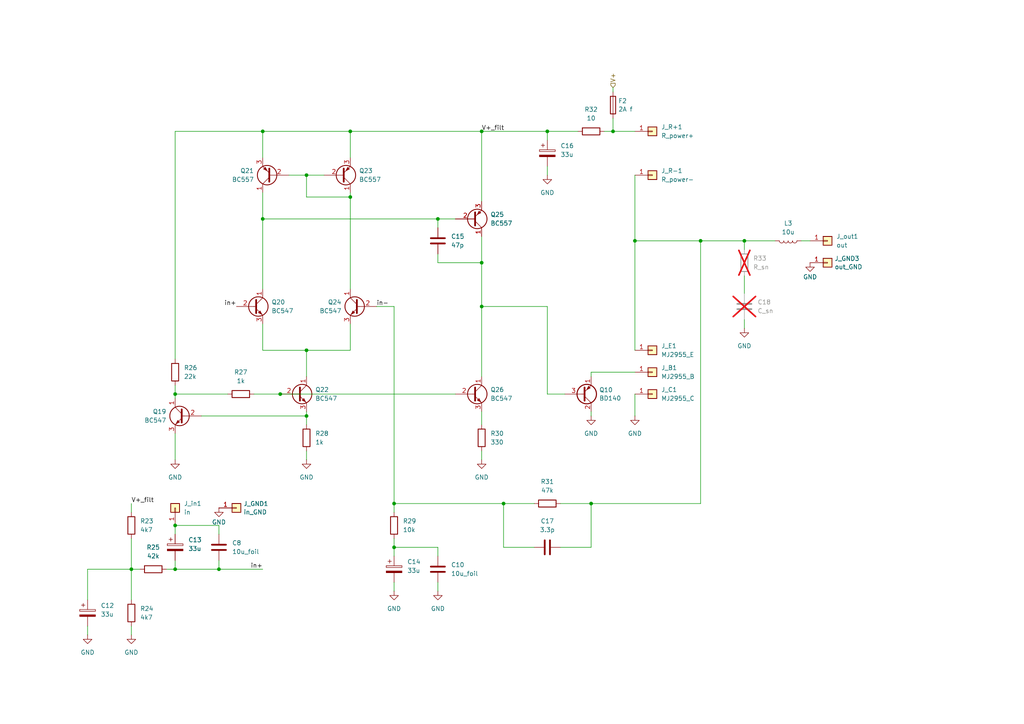
<source format=kicad_sch>
(kicad_sch (version 20250114) (generator "eeschema") (generator_version "9.0")
  (paper "A4")
  (lib_symbols
    (symbol "Connector_Generic:Conn_01x01" (pin_names (offset 1.016) (hide yes))
      (property "Reference" "J" (at 0 2.54 0))
      (property "Value" "Conn_01x01" (at 0 -2.54 0))
      (symbol "Conn_01x01_1_1"
        (rectangle (start -1.27 1.27) (end 1.27 -1.27) (stroke (width 0.254)) (fill (type background)))
        (rectangle (start -1.27 0.127) (end 0 -0.127) (stroke (width 0.1524)))
        (pin passive line (at -5.08 0 0) (length 3.81) (name "Pin_1") (number "1"))
      )
    )
    (symbol "Device:C" (pin_numbers (hide yes)) (pin_names (offset 0.254))
      (property "Reference" "C" (at 0.635 2.54 0))
      (property "Value" "C" (at 0.635 -2.54 0))
      (symbol "C_0_1"
        (polyline (pts (xy -2.032 0.762) (xy 2.032 0.762)) (stroke (width 0.508)))
        (polyline (pts (xy -2.032 -0.762) (xy 2.032 -0.762)) (stroke (width 0.508)))
      )
      (symbol "C_1_1"
        (pin passive line (at 0 3.81 270) (length 2.794) (name "~") (number "1"))
        (pin passive line (at 0 -3.81 90) (length 2.794) (name "~") (number "2"))
      )
    )
    (symbol "Device:C_Polarized" (pin_numbers (hide yes)) (pin_names (offset 0.254))
      (property "Reference" "C" (at 0.635 2.54 0))
      (property "Value" "C_Polarized" (at 0.635 -2.54 0))
      (symbol "C_Polarized_0_1"
        (rectangle (start -2.286 0.508) (end 2.286 1.016))
        (polyline (pts (xy -1.778 2.286) (xy -0.762 2.286)))
        (polyline (pts (xy -1.27 2.794) (xy -1.27 1.778)))
        (rectangle (start 2.286 -0.508) (end -2.286 -1.016) (fill (type outline)))
      )
      (symbol "C_Polarized_1_1"
        (pin passive line (at 0 3.81 270) (length 2.794) (name "~") (number "1"))
        (pin passive line (at 0 -3.81 90) (length 2.794) (name "~") (number "2"))
      )
    )
    (symbol "Device:Fuse" (pin_numbers (hide yes)) (pin_names (offset 0))
      (property "Reference" "F" (at 2.032 0 90))
      (property "Value" "Fuse" (at -1.905 0 90))
      (symbol "Fuse_0_1"
        (rectangle (start -0.762 -2.54) (end 0.762 2.54) (stroke (width 0.254)))
        (polyline (pts (xy 0 2.54) (xy 0 -2.54)))
      )
      (symbol "Fuse_1_1"
        (pin passive line (at 0 3.81 270) (length 1.27) (name "~") (number "1"))
        (pin passive line (at 0 -3.81 90) (length 1.27) (name "~") (number "2"))
      )
    )
    (symbol "Device:L" (pin_numbers (hide yes)) (pin_names (offset 1.016) (hide yes))
      (property "Reference" "L" (at -1.27 0 90))
      (property "Value" "L" (at 1.905 0 90))
      (symbol "L_0_1"
        (arc (start 0 2.54) (mid 0.6323 1.905) (end 0 1.27))
        (arc (start 0 1.27) (mid 0.6323 0.635) (end 0 0))
        (arc (start 0 0) (mid 0.6323 -0.635) (end 0 -1.27))
        (arc (start 0 -1.27) (mid 0.6323 -1.905) (end 0 -2.54))
      )
      (symbol "L_1_1"
        (pin passive line (at 0 3.81 270) (length 1.27) (name "1") (number "1"))
        (pin passive line (at 0 -3.81 90) (length 1.27) (name "2") (number "2"))
      )
    )
    (symbol "Device:R" (pin_numbers (hide yes)) (pin_names (offset 0))
      (property "Reference" "R" (at 2.032 0 90))
      (property "Value" "R" (at 0 0 90))
      (symbol "R_0_1"
        (rectangle (start -1.016 -2.54) (end 1.016 2.54) (stroke (width 0.254)))
      )
      (symbol "R_1_1"
        (pin passive line (at 0 3.81 270) (length 1.27) (name "~") (number "1"))
        (pin passive line (at 0 -3.81 90) (length 1.27) (name "~") (number "2"))
      )
    )
    (symbol "Transistor_BJT:BC547" (pin_names (offset 0) (hide yes))
      (property "Reference" "Q" (at 5.08 1.905 0))
      (property "Value" "BC547" (at 5.08 0 0))
      (symbol "BC547_0_1"
        (polyline (pts (xy 0 0) (xy 0.635 0)))
        (polyline (pts (xy 0.635 1.905) (xy 0.635 -1.905) (xy 0.635 -1.905)) (stroke (width 0.508)))
        (polyline (pts (xy 0.635 0.635) (xy 2.54 2.54)))
        (polyline (pts (xy 0.635 -0.635) (xy 2.54 -2.54) (xy 2.54 -2.54)))
        (circle (center 1.27 0) (radius 2.8194) (stroke (width 0.254)))
        (polyline (pts (xy 1.27 -1.778) (xy 1.778 -1.27) (xy 2.286 -2.286) (xy 1.27 -1.778) (xy 1.27 -1.778)) (fill (type outline)))
      )
      (symbol "BC547_1_1"
        (pin input line (at -5.08 0 0) (length 5.08) (name "B") (number "2"))
        (pin passive line (at 2.54 5.08 270) (length 2.54) (name "C") (number "1"))
        (pin passive line (at 2.54 -5.08 90) (length 2.54) (name "E") (number "3"))
      )
    )
    (symbol "Transistor_BJT:BC557" (pin_names (offset 0) (hide yes))
      (property "Reference" "Q" (at 5.08 1.905 0))
      (property "Value" "BC557" (at 5.08 0 0))
      (symbol "BC557_0_1"
        (polyline (pts (xy 0.635 1.905) (xy 0.635 -1.905) (xy 0.635 -1.905)) (stroke (width 0.508)))
        (polyline (pts (xy 0.635 0.635) (xy 2.54 2.54)))
        (polyline (pts (xy 0.635 -0.635) (xy 2.54 -2.54) (xy 2.54 -2.54)))
        (circle (center 1.27 0) (radius 2.8194) (stroke (width 0.254)))
        (polyline (pts (xy 2.286 -1.778) (xy 1.778 -2.286) (xy 1.27 -1.27) (xy 2.286 -1.778) (xy 2.286 -1.778)) (fill (type outline)))
      )
      (symbol "BC557_1_1"
        (pin input line (at -5.08 0 0) (length 5.715) (name "B") (number "2"))
        (pin passive line (at 2.54 5.08 270) (length 2.54) (name "C") (number "1"))
        (pin passive line (at 2.54 -5.08 90) (length 2.54) (name "E") (number "3"))
      )
    )
    (symbol "Transistor_BJT:BD140" (pin_names (offset 0) (hide yes))
      (property "Reference" "Q" (at 5.08 1.905 0))
      (property "Value" "BD140" (at 5.08 0 0))
      (symbol "BD140_0_1"
        (polyline (pts (xy 0 0) (xy 0.635 0)))
        (polyline (pts (xy 0.635 1.905) (xy 0.635 -1.905) (xy 0.635 -1.905)) (stroke (width 0.508)) (fill (type outline)))
        (circle (center 1.27 0) (radius 2.8194) (stroke (width 0.3048)))
        (polyline (pts (xy 1.778 -2.286) (xy 2.286 -1.778) (xy 1.27 -1.27) (xy 1.778 -2.286) (xy 1.778 -2.286)) (fill (type outline)))
        (polyline (pts (xy 2.54 2.54) (xy 0.635 0.635)))
        (polyline (pts (xy 2.54 -2.54) (xy 0.635 -0.635)))
      )
      (symbol "BD140_1_1"
        (pin input line (at -5.08 0 0) (length 5.08) (name "B") (number "3"))
        (pin passive line (at 2.54 5.08 270) (length 2.54) (name "C") (number "2"))
        (pin passive line (at 2.54 -5.08 90) (length 2.54) (name "E") (number "1"))
      )
    )
    (symbol "power:GND" (power) (pin_numbers (hide yes)) (pin_names (offset 0) (hide yes))
      (property "Value" "GND" (at 0 -3.81 0))
      (symbol "GND_0_1"
        (polyline (pts (xy 0 0) (xy 0 -1.27) (xy 1.27 -1.27) (xy 0 -2.54) (xy -1.27 -1.27) (xy 0 -1.27)))
      )
      (symbol "GND_1_1"
        (pin power_in line (at 0 0 270) (length 0) (name "~") (number "1"))
      )
    )
  )
  (junction (at 76.2 63.5))
  (junction (at 101.6 57.15))
  (junction (at 81.28 114.3))
  (junction (at 127 63.5))
  (junction (at 114.3 158.75))
  (junction (at 184.15 69.85))
  (junction (at 158.75 38.1))
  (junction (at 76.2 38.1))
  (junction (at 171.45 146.05))
  (junction (at 50.8 114.3))
  (junction (at 139.7 76.2))
  (junction (at 139.7 38.1))
  (junction (at 50.8 152.4))
  (junction (at 88.9 120.65))
  (junction (at 215.9 69.85))
  (junction (at 203.2 69.85))
  (junction (at 177.8 38.1))
  (junction (at 114.3 146.05))
  (junction (at 88.9 50.8))
  (junction (at 38.1 165.1))
  (junction (at 88.9 101.6))
  (junction (at 63.5 165.1))
  (junction (at 50.8 165.1))
  (junction (at 146.05 146.05))
  (junction (at 101.6 38.1))
  (junction (at 139.7 88.9))
  (wire (pts (xy 63.5 162.56) (xy 63.5 165.1)))
  (wire (pts (xy 50.8 125.73) (xy 50.8 133.35)))
  (wire (pts (xy 139.7 88.9) (xy 139.7 109.22)))
  (wire (pts (xy 101.6 101.6) (xy 101.6 93.98)))
  (wire (pts (xy 101.6 38.1) (xy 139.7 38.1)))
  (wire (pts (xy 83.82 50.8) (xy 88.9 50.8)))
  (wire (pts (xy 139.7 76.2) (xy 139.7 88.9)))
  (wire (pts (xy 76.2 63.5) (xy 127 63.5)))
  (wire (pts (xy 38.1 156.21) (xy 38.1 165.1)))
  (wire (pts (xy 63.5 165.1) (xy 76.2 165.1)))
  (wire (pts (xy 50.8 114.3) (xy 50.8 115.57)))
  (wire (pts (xy 175.26 38.1) (xy 177.8 38.1)))
  (wire (pts (xy 127 171.45) (xy 127 168.91)))
  (wire (pts (xy 50.8 152.4) (xy 63.5 152.4)))
  (wire (pts (xy 158.75 88.9) (xy 139.7 88.9)))
  (wire (pts (xy 88.9 50.8) (xy 93.98 50.8)))
  (wire (pts (xy 66.04 114.3) (xy 50.8 114.3)))
  (wire (pts (xy 127 158.75) (xy 114.3 158.75)))
  (wire (pts (xy 101.6 45.72) (xy 101.6 38.1)))
  (wire (pts (xy 38.1 165.1) (xy 38.1 173.99)))
  (wire (pts (xy 158.75 40.64) (xy 158.75 38.1)))
  (wire (pts (xy 114.3 146.05) (xy 146.05 146.05)))
  (wire (pts (xy 76.2 38.1) (xy 76.2 45.72)))
  (wire (pts (xy 171.45 107.95) (xy 171.45 109.22)))
  (wire (pts (xy 25.4 181.61) (xy 25.4 184.15)))
  (wire (pts (xy 88.9 109.22) (xy 88.9 101.6)))
  (wire (pts (xy 50.8 154.94) (xy 50.8 152.4)))
  (wire (pts (xy 127 63.5) (xy 132.08 63.5)))
  (wire (pts (xy 101.6 57.15) (xy 101.6 83.82)))
  (wire (pts (xy 158.75 50.8) (xy 158.75 48.26)))
  (wire (pts (xy 88.9 50.8) (xy 88.9 57.15)))
  (wire (pts (xy 139.7 130.81) (xy 139.7 133.35)))
  (wire (pts (xy 146.05 158.75) (xy 146.05 146.05)))
  (wire (pts (xy 88.9 101.6) (xy 101.6 101.6)))
  (wire (pts (xy 88.9 119.38) (xy 88.9 120.65)))
  (wire (pts (xy 88.9 57.15) (xy 101.6 57.15)))
  (wire (pts (xy 76.2 55.88) (xy 76.2 63.5)))
  (wire (pts (xy 215.9 85.09) (xy 215.9 80.01)))
  (wire (pts (xy 139.7 38.1) (xy 139.7 58.42)))
  (wire (pts (xy 50.8 104.14) (xy 50.8 38.1)))
  (wire (pts (xy 215.9 95.25) (xy 215.9 92.71)))
  (wire (pts (xy 171.45 119.38) (xy 171.45 120.65)))
  (wire (pts (xy 76.2 93.98) (xy 76.2 101.6)))
  (wire (pts (xy 48.26 165.1) (xy 50.8 165.1)))
  (wire (pts (xy 139.7 38.1) (xy 158.75 38.1)))
  (wire (pts (xy 63.5 152.4) (xy 63.5 154.94)))
  (wire (pts (xy 177.8 25.4) (xy 177.8 26.67)))
  (wire (pts (xy 38.1 165.1) (xy 40.64 165.1)))
  (wire (pts (xy 76.2 101.6) (xy 88.9 101.6)))
  (wire (pts (xy 58.42 120.65) (xy 88.9 120.65)))
  (wire (pts (xy 154.94 158.75) (xy 146.05 158.75)))
  (wire (pts (xy 184.15 50.8) (xy 184.15 69.85)))
  (wire (pts (xy 73.66 114.3) (xy 81.28 114.3)))
  (wire (pts (xy 38.1 146.05) (xy 38.1 148.59)))
  (wire (pts (xy 158.75 114.3) (xy 158.75 88.9)))
  (wire (pts (xy 88.9 130.81) (xy 88.9 133.35)))
  (wire (pts (xy 38.1 181.61) (xy 38.1 184.15)))
  (wire (pts (xy 50.8 38.1) (xy 76.2 38.1)))
  (wire (pts (xy 127 161.29) (xy 127 158.75)))
  (wire (pts (xy 101.6 55.88) (xy 101.6 57.15)))
  (wire (pts (xy 81.28 114.3) (xy 132.08 114.3)))
  (wire (pts (xy 177.8 38.1) (xy 184.15 38.1)))
  (wire (pts (xy 76.2 63.5) (xy 76.2 83.82)))
  (wire (pts (xy 114.3 146.05) (xy 114.3 148.59)))
  (wire (pts (xy 114.3 158.75) (xy 114.3 161.29)))
  (wire (pts (xy 203.2 69.85) (xy 184.15 69.85)))
  (wire (pts (xy 184.15 114.3) (xy 184.15 120.65)))
  (wire (pts (xy 38.1 165.1) (xy 25.4 165.1)))
  (wire (pts (xy 171.45 158.75) (xy 171.45 146.05)))
  (wire (pts (xy 127 73.66) (xy 127 76.2)))
  (wire (pts (xy 232.41 69.85) (xy 234.95 69.85)))
  (wire (pts (xy 215.9 69.85) (xy 203.2 69.85)))
  (wire (pts (xy 184.15 69.85) (xy 184.15 101.6)))
  (wire (pts (xy 162.56 158.75) (xy 171.45 158.75)))
  (wire (pts (xy 139.7 68.58) (xy 139.7 76.2)))
  (wire (pts (xy 127 63.5) (xy 127 66.04)))
  (wire (pts (xy 25.4 165.1) (xy 25.4 173.99)))
  (wire (pts (xy 146.05 146.05) (xy 154.94 146.05)))
  (wire (pts (xy 114.3 156.21) (xy 114.3 158.75)))
  (wire (pts (xy 50.8 165.1) (xy 63.5 165.1)))
  (wire (pts (xy 109.22 88.9) (xy 114.3 88.9)))
  (wire (pts (xy 171.45 146.05) (xy 203.2 146.05)))
  (wire (pts (xy 50.8 165.1) (xy 50.8 162.56)))
  (wire (pts (xy 163.83 114.3) (xy 158.75 114.3)))
  (wire (pts (xy 162.56 146.05) (xy 171.45 146.05)))
  (wire (pts (xy 88.9 120.65) (xy 88.9 123.19)))
  (wire (pts (xy 127 76.2) (xy 139.7 76.2)))
  (wire (pts (xy 50.8 114.3) (xy 50.8 111.76)))
  (wire (pts (xy 215.9 72.39) (xy 215.9 69.85)))
  (wire (pts (xy 184.15 107.95) (xy 171.45 107.95)))
  (wire (pts (xy 139.7 119.38) (xy 139.7 123.19)))
  (wire (pts (xy 114.3 168.91) (xy 114.3 171.45)))
  (wire (pts (xy 114.3 88.9) (xy 114.3 146.05)))
  (wire (pts (xy 215.9 69.85) (xy 224.79 69.85)))
  (wire (pts (xy 158.75 38.1) (xy 167.64 38.1)))
  (wire (pts (xy 76.2 38.1) (xy 101.6 38.1)))
  (wire (pts (xy 177.8 34.29) (xy 177.8 38.1)))
  (wire (pts (xy 203.2 69.85) (xy 203.2 146.05)))
  (label "in+" (at 68.58 88.9 180))
  (label "in+" (at 76.2 165.1 180))
  (label "V+_filt" (at 38.1 146.05 0))
  (label "V+_filt" (at 139.7 38.1 0))
  (label "in-" (at 109.22 88.9 0))
  (hierarchical_label "V+" (shape input) (at 177.8 25.4 90))
  (symbol (lib_id "Transistor_BJT:BC557") (at 78.74 50.8 180) (unit 1)
    (property "Reference" "Q3" (at 73.66 49.5299 0) (effects (justify left)))
    (property "Value" "BC557" (at 73.66 52.0699 0) (effects (justify left)))
    (property "Footprint" "Package_TO_SOT_THT:TO-92_Inline_Wide" (effects (hide yes)))
    (property "Datasheet" "https://www.onsemi.com/pub/Collateral/BC556BTA-D.pdf" (effects (hide yes)))
    (property "Description" "0.1A Ic, 45V Vce, PNP Small Signal Transistor, TO-92" (effects (hide yes)))
    (instances (project "amp_board_Rev-A" (path "" (reference "Q21") (unit 1)) (path "" (reference "Q3") (unit 1))))
  )
  (symbol (lib_id "power:GND") (at 139.7 133.35 0) (unit 1)
    (property "Reference" "#PWR05" (effects (hide yes)))
    (property "Value" "GND" (at 139.7 138.43 0))
    (property "Description" "Power symbol creates a global label with name \"GND\" , ground" (effects (hide yes)))
    (instances (project "amp_board_Rev-A" (path "" (reference "#PWR023") (unit 1)) (path "" (reference "#PWR05") (unit 1))))
  )
  (symbol (lib_id "Transistor_BJT:BC547") (at 137.16 114.3 0) (unit 1)
    (property "Reference" "Q8" (at 142.24 113.0299 0) (effects (justify left)))
    (property "Value" "BC547" (at 142.24 115.5699 0) (effects (justify left)))
    (property "Footprint" "Package_TO_SOT_THT:TO-92_Inline_Wide" (effects (hide yes)))
    (property "Datasheet" "https://www.onsemi.com/pub/Collateral/BC550-D.pdf" (effects (hide yes)))
    (property "Description" "0.1A Ic, 45V Vce, Small Signal NPN Transistor, TO-92" (effects (hide yes)))
    (instances (project "amp_board_Rev-A" (path "" (reference "Q26") (unit 1)) (path "" (reference "Q8") (unit 1))))
  )
  (symbol (lib_id "Device:C") (at 63.5 158.75 0) (unit 1)
    (property "Reference" "C7" (at 67.31 157.4799 0) (effects (justify left)))
    (property "Value" "10u_foil" (at 67.31 160.0199 0) (effects (justify left)))
    (property "Footprint" "Capacitor_THT:C_Rect_L24.0mm_W10.9mm_P22.50mm_MKT" (effects (hide yes)))
    (property "Description" "Unpolarized capacitor" (effects (hide yes)))
    (instances (project "" (path "" (reference "C8") (unit 1)) (path "" (reference "C7") (unit 1))))
  )
  (symbol (lib_id "Device:R") (at 69.85 114.3 90) (unit 1)
    (property "Reference" "R5" (at 69.85 107.95 90))
    (property "Value" "1k" (at 69.85 110.49 90))
    (property "Footprint" "Resistor_THT:R_Axial_DIN0207_L6.3mm_D2.5mm_P10.16mm_Horizontal" (effects (hide yes)))
    (property "Description" "Resistor" (effects (hide yes)))
    (instances (project "amp_board_Rev-A" (path "" (reference "R27") (unit 1)) (path "" (reference "R5") (unit 1))))
  )
  (symbol (lib_id "Device:C_Polarized") (at 25.4 177.8 0) (unit 1)
    (property "Reference" "C11" (at 29.21 175.6409 0) (effects (justify left)))
    (property "Value" "33u" (at 29.21 178.1809 0) (effects (justify left)))
    (property "Footprint" "Capacitor_THT:C_Radial_D8.0mm_H11.5mm_P3.50mm" (effects (hide yes)))
    (property "Description" "UFW2A330MPD" (effects (hide yes)))
    (instances (project "amp_board_Rev-A" (path "" (reference "C12") (unit 1)) (path "" (reference "C11") (unit 1))))
  )
  (symbol (lib_id "Device:R") (at 44.45 165.1 90) (unit 1)
    (property "Reference" "R3" (at 44.45 158.75 90))
    (property "Value" "42k" (at 44.45 161.29 90))
    (property "Footprint" "Resistor_THT:R_Axial_DIN0207_L6.3mm_D2.5mm_P10.16mm_Horizontal" (effects (hide yes)))
    (property "Description" "Resistor" (effects (hide yes)))
    (instances (project "amp_board_Rev-A" (path "" (reference "R25") (unit 1)) (path "" (reference "R3") (unit 1))))
  )
  (symbol (lib_id "power:GND") (at 38.1 184.15 0) (unit 1)
    (property "Reference" "#PWR01" (effects (hide yes)))
    (property "Value" "GND" (at 38.1 189.23 0))
    (property "Description" "Power symbol creates a global label with name \"GND\" , ground" (effects (hide yes)))
    (instances (project "amp_board_Rev-A" (path "" (reference "#PWR019") (unit 1)) (path "" (reference "#PWR01") (unit 1))))
  )
  (symbol (lib_id "Device:C_Polarized") (at 114.3 165.1 0) (unit 1)
    (property "Reference" "C2" (at 118.11 162.9409 0) (effects (justify left)))
    (property "Value" "33u" (at 118.11 165.4809 0) (effects (justify left)))
    (property "Footprint" "Capacitor_THT:C_Radial_D8.0mm_H11.5mm_P3.50mm" (effects (hide yes)))
    (property "Description" "UFW2A330MPD" (effects (hide yes)))
    (instances (project "amp_board_Rev-A" (path "" (reference "C14") (unit 1)) (path "" (reference "C2") (unit 1))))
  )
  (symbol (lib_id "Device:C_Polarized") (at 158.75 44.45 0) (unit 1)
    (property "Reference" "C4" (at 162.56 42.2909 0) (effects (justify left)))
    (property "Value" "33u" (at 162.56 44.8309 0) (effects (justify left)))
    (property "Footprint" "Capacitor_THT:C_Radial_D8.0mm_H11.5mm_P3.50mm" (effects (hide yes)))
    (property "Description" "UFW2A330MPD" (effects (hide yes)))
    (instances (project "amp_board_Rev-A" (path "" (reference "C16") (unit 1)) (path "" (reference "C4") (unit 1))))
  )
  (symbol (lib_id "Connector_Generic:Conn_01x01") (at 50.8 147.32 90) (unit 1)
    (property "Reference" "J1" (at 53.34 146.0499 90) (effects (justify right)))
    (property "Value" "in" (at 53.34 148.5899 90) (effects (justify right)))
    (property "Footprint" "TestPoint:TestPoint_THTPad_D3.0mm_Drill1.5mm" (effects (hide yes)))
    (property "Description" "Generic connector, single row, 01x01, script generated (kicad-library-utils/schlib/autogen/connector/)" (effects (hide yes)))
    (instances (project "" (path "" (reference "J_in1") (unit 1)) (path "" (reference "J_in1") (unit 1)) (path "" (reference "J1") (unit 1))))
  )
  (symbol (lib_id "Device:R") (at 38.1 152.4 0) (unit 1)
    (property "Reference" "R1" (at 40.64 151.1299 0) (effects (justify left)))
    (property "Value" "4k7" (at 40.64 153.6699 0) (effects (justify left)))
    (property "Footprint" "Resistor_THT:R_Axial_DIN0207_L6.3mm_D2.5mm_P10.16mm_Horizontal" (effects (hide yes)))
    (property "Description" "Resistor" (effects (hide yes)))
    (instances (project "amp_board_Rev-A" (path "" (reference "R23") (unit 1)) (path "" (reference "R1") (unit 1))))
  )
  (symbol (lib_id "Connector_Generic:Conn_01x01") (at 189.23 114.3 0) (unit 1)
    (property "Reference" "J6" (at 191.77 113.0299 0) (effects (justify left)))
    (property "Value" "MJ2955_C" (at 191.77 115.5699 0) (effects (justify left)))
    (property "Footprint" "TestPoint:TestPoint_THTPad_D3.0mm_Drill1.5mm" (effects (hide yes)))
    (property "Description" "Generic connector, single row, 01x01, script generated (kicad-library-utils/schlib/autogen/connector/)" (effects (hide yes)))
    (instances (project "amp_board_Rev-A" (path "" (reference "J_C1") (unit 1)) (path "" (reference "J6") (unit 1))))
  )
  (symbol (lib_id "Device:C") (at 127 69.85 0) (unit 1)
    (property "Reference" "C3" (at 130.81 68.5799 0) (effects (justify left)))
    (property "Value" "47p" (at 130.81 71.1199 0) (effects (justify left)))
    (property "Footprint" "Capacitor_THT:C_Disc_D5.0mm_W2.5mm_P5.00mm" (effects (hide yes)))
    (property "Description" "Unpolarized capacitor" (effects (hide yes)))
    (instances (project "amp_board_Rev-A" (path "" (reference "C15") (unit 1)) (path "" (reference "C3") (unit 1))))
  )
  (symbol (lib_id "power:GND") (at 50.8 133.35 0) (unit 1)
    (property "Reference" "#PWR02" (effects (hide yes)))
    (property "Value" "GND" (at 50.8 138.43 0))
    (property "Description" "Power symbol creates a global label with name \"GND\" , ground" (effects (hide yes)))
    (instances (project "amp_board_Rev-A" (path "" (reference "#PWR020") (unit 1)) (path "" (reference "#PWR02") (unit 1))))
  )
  (symbol (lib_id "power:GND") (at 114.3 171.45 0) (unit 1)
    (property "Reference" "#PWR04" (effects (hide yes)))
    (property "Value" "GND" (at 114.3 176.53 0))
    (property "Description" "Power symbol creates a global label with name \"GND\" , ground" (effects (hide yes)))
    (instances (project "amp_board_Rev-A" (path "" (reference "#PWR022") (unit 1)) (path "" (reference "#PWR04") (unit 1))))
  )
  (symbol (lib_id "power:GND") (at 215.9 95.25 0) (unit 1)
    (property "Reference" "#PWR09" (effects (hide yes)))
    (property "Value" "GND" (at 215.9 100.33 0))
    (property "Description" "Power symbol creates a global label with name \"GND\" , ground" (effects (hide yes)))
    (instances (project "amp_board_Rev-A" (path "" (reference "#PWR027") (unit 1)) (path "" (reference "#PWR09") (unit 1))))
  )
  (symbol (lib_id "Device:R") (at 38.1 177.8 0) (unit 1)
    (property "Reference" "R2" (at 40.64 176.5299 0) (effects (justify left)))
    (property "Value" "4k7" (at 40.64 179.0699 0) (effects (justify left)))
    (property "Footprint" "Resistor_THT:R_Axial_DIN0207_L6.3mm_D2.5mm_P10.16mm_Horizontal" (effects (hide yes)))
    (property "Description" "Resistor" (effects (hide yes)))
    (instances (project "amp_board_Rev-A" (path "" (reference "R24") (unit 1)) (path "" (reference "R2") (unit 1))))
  )
  (symbol (lib_id "Transistor_BJT:BC547") (at 53.34 120.65 0) (mirror y) (unit 1)
    (property "Reference" "Q1" (at 48.26 119.3799 0) (effects (justify left)))
    (property "Value" "BC547" (at 48.26 121.9199 0) (effects (justify left)))
    (property "Footprint" "Package_TO_SOT_THT:TO-92_Inline_Wide" (effects (hide yes)))
    (property "Datasheet" "https://www.onsemi.com/pub/Collateral/BC550-D.pdf" (effects (hide yes)))
    (property "Description" "0.1A Ic, 45V Vce, Small Signal NPN Transistor, TO-92" (effects (hide yes)))
    (instances (project "amp_board_Rev-A" (path "" (reference "Q19") (unit 1)) (path "" (reference "Q1") (unit 1))))
  )
  (symbol (lib_id "power:GND") (at 234.95 76.2 0) (unit 1)
    (property "Reference" "#PWR018" (effects (hide yes)))
    (property "Value" "GND" (at 234.95 80.3331 0))
    (property "Description" "Power symbol creates a global label with name \"GND\" , ground" (effects (hide yes)))
    (instances (project "amp_board_Rev-A" (path "" (reference "#PWR028") (unit 1)) (path "" (reference "#PWR018") (unit 1))))
  )
  (symbol (lib_id "Transistor_BJT:BC557") (at 99.06 50.8 0) (mirror x) (unit 1)
    (property "Reference" "Q5" (at 104.14 49.5299 0) (effects (justify left)))
    (property "Value" "BC557" (at 104.14 52.0699 0) (effects (justify left)))
    (property "Footprint" "Package_TO_SOT_THT:TO-92_Inline_Wide" (effects (hide yes)))
    (property "Datasheet" "https://www.onsemi.com/pub/Collateral/BC556BTA-D.pdf" (effects (hide yes)))
    (property "Description" "0.1A Ic, 45V Vce, PNP Small Signal Transistor, TO-92" (effects (hide yes)))
    (instances (project "amp_board_Rev-A" (path "" (reference "Q23") (unit 1)) (path "" (reference "Q5") (unit 1))))
  )
  (symbol (lib_id "Device:R") (at 215.9 76.2 0) (unit 1) (dnp yes)
    (property "Reference" "R11" (at 218.44 74.9299 0) (effects (justify left)))
    (property "Value" "R_sn" (at 218.44 77.4699 0) (effects (justify left)))
    (property "Footprint" "Resistor_THT:R_Axial_DIN0207_L6.3mm_D2.5mm_P10.16mm_Horizontal" (effects (hide yes)))
    (property "Description" "Resistor" (effects (hide yes)))
    (instances (project "amp_board_Rev-A" (path "" (reference "R33") (unit 1)) (path "" (reference "R11") (unit 1))))
  )
  (symbol (lib_id "power:GND") (at 127 171.45 0) (unit 1)
    (property "Reference" "#PWR010" (effects (hide yes)))
    (property "Value" "GND" (at 127 176.53 0))
    (property "Description" "Power symbol creates a global label with name \"GND\" , ground" (effects (hide yes)))
    (instances (project "amp_board_Rev-A" (path "" (reference "#PWR011") (unit 1)) (path "" (reference "#PWR010") (unit 1))))
  )
  (symbol (lib_id "power:GND") (at 158.75 50.8 0) (unit 1)
    (property "Reference" "#PWR06" (effects (hide yes)))
    (property "Value" "GND" (at 158.75 55.88 0))
    (property "Description" "Power symbol creates a global label with name \"GND\" , ground" (effects (hide yes)))
    (instances (project "amp_board_Rev-A" (path "" (reference "#PWR024") (unit 1)) (path "" (reference "#PWR06") (unit 1))))
  )
  (symbol (lib_id "Transistor_BJT:BD140") (at 168.91 114.3 0) (mirror x) (unit 1)
    (property "Reference" "Q9" (at 173.7868 113.0878 0) (effects (justify left)))
    (property "Value" "BD140" (at 173.7868 115.5121 0) (effects (justify left)))
    (property "Footprint" "Package_TO_SOT_THT:TO-126-3_Vertical" (effects (hide yes)))
    (property "Datasheet" "http://www.st.com/internet/com/TECHNICAL_RESOURCES/TECHNICAL_LITERATURE/DATASHEET/CD00001225.pdf" (effects (hide yes)))
    (property "Description" "1.5A Ic, 80V Vce, Low Voltage Transistor, TO-126" (effects (hide yes)))
    (instances (project "" (path "" (reference "Q10") (unit 1)) (path "" (reference "Q9") (unit 1))))
  )
  (symbol (lib_id "Transistor_BJT:BC547") (at 73.66 88.9 0) (unit 1)
    (property "Reference" "Q2" (at 78.74 87.6299 0) (effects (justify left)))
    (property "Value" "BC547" (at 78.74 90.1699 0) (effects (justify left)))
    (property "Footprint" "Package_TO_SOT_THT:TO-92_Inline_Wide" (effects (hide yes)))
    (property "Datasheet" "https://www.onsemi.com/pub/Collateral/BC550-D.pdf" (effects (hide yes)))
    (property "Description" "0.1A Ic, 45V Vce, Small Signal NPN Transistor, TO-92" (effects (hide yes)))
    (instances (project "amp_board_Rev-A" (path "" (reference "Q20") (unit 1)) (path "" (reference "Q2") (unit 1))))
  )
  (symbol (lib_id "power:GND") (at 63.5 147.32 0) (unit 1)
    (property "Reference" "#PWR013" (effects (hide yes)))
    (property "Value" "GND" (at 63.5 151.4531 0))
    (property "Description" "Power symbol creates a global label with name \"GND\" , ground" (effects (hide yes)))
    (instances (project "amp_board_Rev-A" (path "" (reference "#PWR014") (unit 1)) (path "" (reference "#PWR013") (unit 1))))
  )
  (symbol (lib_id "Device:C") (at 215.9 88.9 0) (unit 1) (dnp yes)
    (property "Reference" "C6" (at 219.71 87.6299 0) (effects (justify left)))
    (property "Value" "C_sn" (at 219.71 90.1699 0) (effects (justify left)))
    (property "Footprint" "Capacitor_THT:C_Disc_D5.0mm_W2.5mm_P5.00mm" (effects (hide yes)))
    (property "Description" "Unpolarized capacitor" (effects (hide yes)))
    (instances (project "amp_board_Rev-A" (path "" (reference "C18") (unit 1)) (path "" (reference "C6") (unit 1))))
  )
  (symbol (lib_id "Device:C") (at 127 165.1 0) (unit 1)
    (property "Reference" "C9" (at 130.81 163.8299 0) (effects (justify left)))
    (property "Value" "10u_foil" (at 130.81 166.3699 0) (effects (justify left)))
    (property "Footprint" "Capacitor_THT:C_Rect_L24.0mm_W10.9mm_P22.50mm_MKT" (effects (hide yes)))
    (property "Description" "Unpolarized capacitor" (effects (hide yes)))
    (instances (project "amp_board_Rev-A" (path "" (reference "C10") (unit 1)) (path "" (reference "C9") (unit 1))))
  )
  (symbol (lib_id "Device:R") (at 88.9 127 0) (unit 1)
    (property "Reference" "R6" (at 91.44 125.7299 0) (effects (justify left)))
    (property "Value" "1k" (at 91.44 128.2699 0) (effects (justify left)))
    (property "Footprint" "Resistor_THT:R_Axial_DIN0207_L6.3mm_D2.5mm_P10.16mm_Horizontal" (effects (hide yes)))
    (property "Description" "Resistor" (effects (hide yes)))
    (instances (project "amp_board_Rev-A" (path "" (reference "R28") (unit 1)) (path "" (reference "R6") (unit 1))))
  )
  (symbol (lib_id "Device:L") (at 228.6 69.85 270) (unit 1)
    (property "Reference" "L1" (at 228.6 64.77 90))
    (property "Value" "10u" (at 228.6 67.31 90))
    (property "Footprint" "Inductor_THT:L_Axial_L11.0mm_D4.5mm_P5.08mm_Vertical_Fastron_MECC" (effects (hide yes)))
    (property "Description" "Inductor" (effects (hide yes)))
    (instances (project "amp_board_Rev-A" (path "" (reference "L3") (unit 1)) (path "" (reference "L1") (unit 1))))
  )
  (symbol (lib_id "Connector_Generic:Conn_01x01") (at 189.23 50.8 0) (unit 1)
    (property "Reference" "J3" (at 191.77 49.5299 0) (effects (justify left)))
    (property "Value" "R_power-" (at 191.77 52.0699 0) (effects (justify left)))
    (property "Footprint" "TestPoint:TestPoint_THTPad_D3.0mm_Drill1.5mm" (effects (hide yes)))
    (property "Description" "Generic connector, single row, 01x01, script generated (kicad-library-utils/schlib/autogen/connector/)" (effects (hide yes)))
    (instances (project "amp_board_Rev-A" (path "" (reference "J_R-1") (unit 1)) (path "" (reference "J3") (unit 1))))
  )
  (symbol (lib_id "Device:Fuse") (at 177.8 30.48 0) (unit 1)
    (property "Reference" "F1" (at 179.324 29.2678 0) (effects (justify left)))
    (property "Value" "2A f" (at 179.324 31.6921 0) (effects (justify left)))
    (property "Footprint" "Fuse:Fuseholder_Clip-5x20mm_Keystone_3512P_Inline_P23.62x7.27mm_D1.02x2.41x1.02x1.57mm_Horizontal" (effects (hide yes)))
    (property "Description" "Fuse" (effects (hide yes)))
    (instances (project "" (path "" (reference "F2") (unit 1)) (path "" (reference "F1") (unit 1))))
  )
  (symbol (lib_id "Connector_Generic:Conn_01x01") (at 240.03 76.2 0) (unit 1)
    (property "Reference" "J_GND2" (at 242.062 74.9878 0) (effects (justify left)))
    (property "Value" "out_GND" (at 242.062 77.4121 0) (effects (justify left)))
    (property "Footprint" "TestPoint:TestPoint_THTPad_D3.0mm_Drill1.5mm" (effects (hide yes)))
    (property "Description" "Generic connector, single row, 01x01, script generated (kicad-library-utils/schlib/autogen/connector/)" (effects (hide yes)))
    (instances (project "amp_board_Rev-A" (path "" (reference "J_GND3") (unit 1)) (path "" (reference "J_GND2") (unit 1))))
  )
  (symbol (lib_id "Device:R") (at 50.8 107.95 180) (unit 1)
    (property "Reference" "R4" (at 53.34 106.6799 0) (effects (justify right)))
    (property "Value" "22k" (at 53.34 109.2199 0) (effects (justify right)))
    (property "Footprint" "Resistor_THT:R_Axial_DIN0207_L6.3mm_D2.5mm_P10.16mm_Horizontal" (effects (hide yes)))
    (property "Description" "Resistor" (effects (hide yes)))
    (instances (project "amp_board_Rev-A" (path "" (reference "R26") (unit 1)) (path "" (reference "R4") (unit 1))))
  )
  (symbol (lib_id "power:GND") (at 184.15 120.65 0) (unit 1)
    (property "Reference" "#PWR08" (effects (hide yes)))
    (property "Value" "GND" (at 184.15 125.73 0))
    (property "Description" "Power symbol creates a global label with name \"GND\" , ground" (effects (hide yes)))
    (instances (project "amp_board_Rev-A" (path "" (reference "#PWR026") (unit 1)) (path "" (reference "#PWR08") (unit 1))))
  )
  (symbol (lib_id "Connector_Generic:Conn_01x01") (at 189.23 107.95 0) (unit 1)
    (property "Reference" "J5" (at 191.77 106.6799 0) (effects (justify left)))
    (property "Value" "MJ2955_B" (at 191.77 109.2199 0) (effects (justify left)))
    (property "Footprint" "TestPoint:TestPoint_THTPad_D3.0mm_Drill1.5mm" (effects (hide yes)))
    (property "Description" "Generic connector, single row, 01x01, script generated (kicad-library-utils/schlib/autogen/connector/)" (effects (hide yes)))
    (instances (project "amp_board_Rev-A" (path "" (reference "J_B1") (unit 1)) (path "" (reference "J5") (unit 1))))
  )
  (symbol (lib_id "power:GND") (at 88.9 133.35 0) (unit 1)
    (property "Reference" "#PWR03" (effects (hide yes)))
    (property "Value" "GND" (at 88.9 138.43 0))
    (property "Description" "Power symbol creates a global label with name \"GND\" , ground" (effects (hide yes)))
    (instances (project "amp_board_Rev-A" (path "" (reference "#PWR021") (unit 1)) (path "" (reference "#PWR03") (unit 1))))
  )
  (symbol (lib_id "power:GND") (at 171.45 120.65 0) (unit 1)
    (property "Reference" "#PWR07" (effects (hide yes)))
    (property "Value" "GND" (at 171.45 125.73 0))
    (property "Description" "Power symbol creates a global label with name \"GND\" , ground" (effects (hide yes)))
    (instances (project "amp_board_Rev-A" (path "" (reference "#PWR025") (unit 1)) (path "" (reference "#PWR07") (unit 1))))
  )
  (symbol (lib_id "Connector_Generic:Conn_01x01") (at 68.58 147.32 0) (unit 1)
    (property "Reference" "J11" (at 70.612 146.1078 0) (effects (justify left)))
    (property "Value" "in_GND" (at 70.612 148.5321 0) (effects (justify left)))
    (property "Footprint" "TestPoint:TestPoint_THTPad_D3.0mm_Drill1.5mm" (effects (hide yes)))
    (property "Description" "Generic connector, single row, 01x01, script generated (kicad-library-utils/schlib/autogen/connector/)" (effects (hide yes)))
    (instances (project "amp_board_Rev-A" (path "" (reference "J_GND1") (unit 1)) (path "" (reference "J11") (unit 1))))
  )
  (symbol (lib_id "Device:C_Polarized") (at 50.8 158.75 0) (unit 1)
    (property "Reference" "C1" (at 54.61 156.5909 0) (effects (justify left)))
    (property "Value" "33u" (at 54.61 159.1309 0) (effects (justify left)))
    (property "Footprint" "Capacitor_THT:C_Radial_D8.0mm_H11.5mm_P3.50mm" (effects (hide yes)))
    (property "Description" "UFW2A330MPD" (effects (hide yes)))
    (instances (project "amp_board_Rev-A" (path "" (reference "C13") (unit 1)) (path "" (reference "C1") (unit 1))))
  )
  (symbol (lib_id "Transistor_BJT:BC547") (at 104.14 88.9 0) (mirror y) (unit 1)
    (property "Reference" "Q6" (at 99.06 87.6299 0) (effects (justify left)))
    (property "Value" "BC547" (at 99.06 90.1699 0) (effects (justify left)))
    (property "Footprint" "Package_TO_SOT_THT:TO-92_Inline_Wide" (effects (hide yes)))
    (property "Datasheet" "https://www.onsemi.com/pub/Collateral/BC550-D.pdf" (effects (hide yes)))
    (property "Description" "0.1A Ic, 45V Vce, Small Signal NPN Transistor, TO-92" (effects (hide yes)))
    (instances (project "amp_board_Rev-A" (path "" (reference "Q24") (unit 1)) (path "" (reference "Q6") (unit 1))))
  )
  (symbol (lib_id "Device:R") (at 139.7 127 0) (unit 1)
    (property "Reference" "R8" (at 142.24 125.7299 0) (effects (justify left)))
    (property "Value" "330" (at 142.24 128.2699 0) (effects (justify left)))
    (property "Footprint" "Resistor_THT:R_Axial_DIN0207_L6.3mm_D2.5mm_P10.16mm_Horizontal" (effects (hide yes)))
    (property "Description" "Resistor" (effects (hide yes)))
    (instances (project "amp_board_Rev-A" (path "" (reference "R30") (unit 1)) (path "" (reference "R8") (unit 1))))
  )
  (symbol (lib_id "Device:R") (at 171.45 38.1 90) (unit 1)
    (property "Reference" "R10" (at 171.45 31.75 90))
    (property "Value" "10" (at 171.45 34.29 90))
    (property "Footprint" "Resistor_THT:R_Axial_DIN0207_L6.3mm_D2.5mm_P10.16mm_Horizontal" (effects (hide yes)))
    (property "Description" "Resistor" (effects (hide yes)))
    (instances (project "amp_board_Rev-A" (path "" (reference "R32") (unit 1)) (path "" (reference "R10") (unit 1))))
  )
  (symbol (lib_id "Device:R") (at 158.75 146.05 90) (unit 1)
    (property "Reference" "R9" (at 158.75 139.7 90))
    (property "Value" "47k" (at 158.75 142.24 90))
    (property "Footprint" "Resistor_THT:R_Axial_DIN0207_L6.3mm_D2.5mm_P10.16mm_Horizontal" (effects (hide yes)))
    (property "Description" "Resistor" (effects (hide yes)))
    (instances (project "amp_board_Rev-A" (path "" (reference "R31") (unit 1)) (path "" (reference "R9") (unit 1))))
  )
  (symbol (lib_id "Connector_Generic:Conn_01x01") (at 189.23 38.1 0) (unit 1)
    (property "Reference" "J2" (at 191.77 36.8299 0) (effects (justify left)))
    (property "Value" "R_power+" (at 191.77 39.3699 0) (effects (justify left)))
    (property "Footprint" "TestPoint:TestPoint_THTPad_D3.0mm_Drill1.5mm" (effects (hide yes)))
    (property "Description" "Generic connector, single row, 01x01, script generated (kicad-library-utils/schlib/autogen/connector/)" (effects (hide yes)))
    (instances (project "amp_board_Rev-A" (path "" (reference "J_R+1") (unit 1)) (path "" (reference "J2") (unit 1))))
  )
  (symbol (lib_id "Device:C") (at 158.75 158.75 90) (unit 1)
    (property "Reference" "C5" (at 158.75 151.13 90))
    (property "Value" "3.3p" (at 158.75 153.67 90))
    (property "Footprint" "Capacitor_THT:C_Disc_D5.0mm_W2.5mm_P5.00mm" (effects (hide yes)))
    (property "Description" "Unpolarized capacitor" (effects (hide yes)))
    (instances (project "amp_board_Rev-A" (path "" (reference "C17") (unit 1)) (path "" (reference "C5") (unit 1))))
  )
  (symbol (lib_id "Connector_Generic:Conn_01x01") (at 240.03 69.85 0) (unit 1)
    (property "Reference" "J8" (at 242.57 68.5799 0) (effects (justify left)))
    (property "Value" "out" (at 242.57 71.1199 0) (effects (justify left)))
    (property "Footprint" "TestPoint:TestPoint_THTPad_D3.0mm_Drill1.5mm" (effects (hide yes)))
    (property "Description" "Generic connector, single row, 01x01, script generated (kicad-library-utils/schlib/autogen/connector/)" (effects (hide yes)))
    (instances (project "amp_board_Rev-A" (path "" (reference "J_out1") (unit 1)) (path "" (reference "J8") (unit 1))))
  )
  (symbol (lib_id "Device:R") (at 114.3 152.4 0) (unit 1)
    (property "Reference" "R7" (at 116.84 151.1299 0) (effects (justify left)))
    (property "Value" "10k" (at 116.84 153.6699 0) (effects (justify left)))
    (property "Footprint" "Resistor_THT:R_Axial_DIN0207_L6.3mm_D2.5mm_P10.16mm_Horizontal" (effects (hide yes)))
    (property "Description" "Resistor" (effects (hide yes)))
    (instances (project "amp_board_Rev-A" (path "" (reference "R29") (unit 1)) (path "" (reference "R7") (unit 1))))
  )
  (symbol (lib_id "Transistor_BJT:BC547") (at 86.36 114.3 0) (unit 1)
    (property "Reference" "Q4" (at 91.44 113.0299 0) (effects (justify left)))
    (property "Value" "BC547" (at 91.44 115.5699 0) (effects (justify left)))
    (property "Footprint" "Package_TO_SOT_THT:TO-92_Inline_Wide" (effects (hide yes)))
    (property "Datasheet" "https://www.onsemi.com/pub/Collateral/BC550-D.pdf" (effects (hide yes)))
    (property "Description" "0.1A Ic, 45V Vce, Small Signal NPN Transistor, TO-92" (effects (hide yes)))
    (instances (project "amp_board_Rev-A" (path "" (reference "Q22") (unit 1)) (path "" (reference "Q4") (unit 1))))
  )
  (symbol (lib_id "Transistor_BJT:BC557") (at 137.16 63.5 0) (mirror x) (unit 1)
    (property "Reference" "Q7" (at 142.24 62.2299 0) (effects (justify left)))
    (property "Value" "BC557" (at 142.24 64.7699 0) (effects (justify left)))
    (property "Footprint" "Package_TO_SOT_THT:TO-92_Inline_Wide" (effects (hide yes)))
    (property "Datasheet" "https://www.onsemi.com/pub/Collateral/BC556BTA-D.pdf" (effects (hide yes)))
    (property "Description" "0.1A Ic, 45V Vce, PNP Small Signal Transistor, TO-92" (effects (hide yes)))
    (instances (project "amp_board_Rev-A" (path "" (reference "Q25") (unit 1)) (path "" (reference "Q7") (unit 1))))
  )
  (symbol (lib_id "power:GND") (at 25.4 184.15 0) (unit 1)
    (property "Reference" "#PWR012" (effects (hide yes)))
    (property "Value" "GND" (at 25.4 189.23 0))
    (property "Description" "Power symbol creates a global label with name \"GND\" , ground" (effects (hide yes)))
    (instances (project "amp_board_Rev-A" (path "" (reference "#PWR030") (unit 1)) (path "" (reference "#PWR012") (unit 1))))
  )
  (symbol (lib_id "Connector_Generic:Conn_01x01") (at 189.23 101.6 0) (unit 1)
    (property "Reference" "J4" (at 191.77 100.3299 0) (effects (justify left)))
    (property "Value" "MJ2955_E" (at 191.77 102.8699 0) (effects (justify left)))
    (property "Footprint" "TestPoint:TestPoint_THTPad_D3.0mm_Drill1.5mm" (effects (hide yes)))
    (property "Description" "Generic connector, single row, 01x01, script generated (kicad-library-utils/schlib/autogen/connector/)" (effects (hide yes)))
    (instances (project "amp_board_Rev-A" (path "" (reference "J_E1") (unit 1)) (path "" (reference "J4") (unit 1))))
  )
)
</source>
